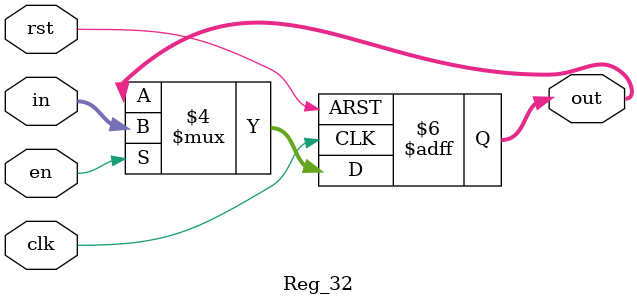
<source format=v>
`timescale 1ns/1ps

module Reg_1(out,in,clk,rst,en);
	output  reg out;
	input in;
	input clk;
	input rst;
	input en;
	always @(posedge clk or posedge rst) begin
		if (rst) begin
			out = 0;
		end
		else if (en) begin
			out = in;
		end
	end
endmodule

module Reg_16(out,in,clk,rst,en);
	output  reg [15:0] out;
	input [15:0]in;
	input clk;
	input rst;
	input en;
	always @(posedge clk or posedge rst) begin
		if (rst) begin
			out = 0;
		end
		else if (en) begin
			out = in;
		end
	end
endmodule

module Reg_32(out,in,clk,rst,en);
	output  reg [31:0] out=0;
	input [31:0]in;
	input clk;
	input rst;
	input en;
	always @(posedge clk or posedge rst) begin
		if (rst) begin
			out = 0;
		end
		else if (en) begin
			out = in;
		end
	end
endmodule

</source>
